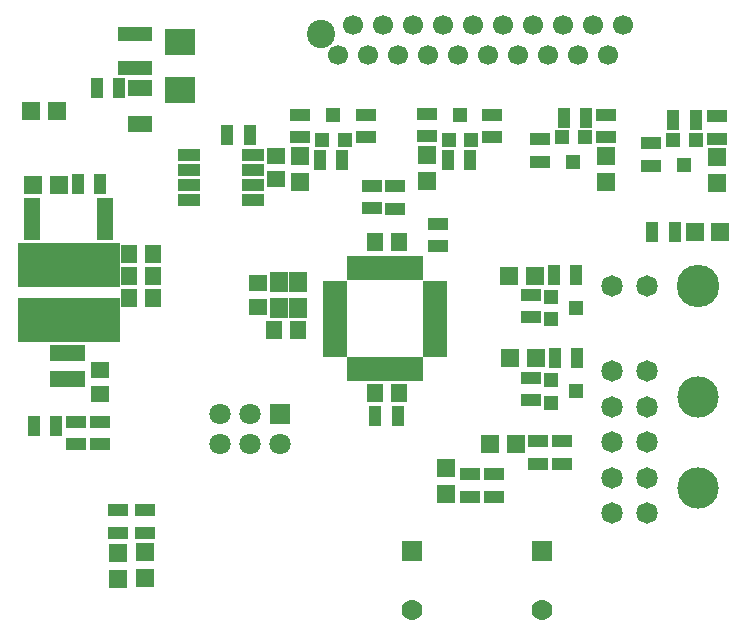
<source format=gts>
G04 #@! TF.GenerationSoftware,KiCad,Pcbnew,5.0.0-fee4fd1~66~ubuntu16.04.1*
G04 #@! TF.CreationDate,2019-02-10T09:27:51-05:00*
G04 #@! TF.ProjectId,AIR_Control_Board,4149525F436F6E74726F6C5F426F6172,rev?*
G04 #@! TF.SameCoordinates,Original*
G04 #@! TF.FileFunction,Soldermask,Top*
G04 #@! TF.FilePolarity,Negative*
%FSLAX46Y46*%
G04 Gerber Fmt 4.6, Leading zero omitted, Abs format (unit mm)*
G04 Created by KiCad (PCBNEW 5.0.0-fee4fd1~66~ubuntu16.04.1) date Sun Feb 10 09:27:51 2019*
%MOMM*%
%LPD*%
G01*
G04 APERTURE LIST*
%ADD10C,1.771600*%
%ADD11R,1.771600X1.771600*%
%ADD12R,1.700000X1.100000*%
%ADD13R,1.950000X1.000000*%
%ADD14R,1.600000X1.600000*%
%ADD15C,1.800000*%
%ADD16R,1.800000X1.800000*%
%ADD17R,1.400000X1.650000*%
%ADD18R,1.100000X1.700000*%
%ADD19R,1.300000X1.200000*%
%ADD20R,1.200000X1.300000*%
%ADD21R,2.559000X2.178000*%
%ADD22R,2.000000X0.950000*%
%ADD23R,0.950000X2.000000*%
%ADD24R,1.600000X1.800000*%
%ADD25R,1.650000X1.400000*%
%ADD26R,2.900000X1.300000*%
%ADD27R,8.600000X3.700000*%
%ADD28R,1.050000X1.460000*%
%ADD29C,3.500000*%
%ADD30C,1.820000*%
%ADD31C,3.600000*%
%ADD32R,2.000000X1.400000*%
%ADD33R,1.400000X3.600000*%
%ADD34C,1.700000*%
%ADD35C,2.400000*%
G04 APERTURE END LIST*
D10*
G04 #@! TO.C,C1*
X170688000Y-134366000D03*
D11*
X170688000Y-129362200D03*
G04 #@! TD*
D10*
G04 #@! TO.C,C2*
X159689800Y-134315200D03*
D11*
X159689800Y-129311400D03*
G04 #@! TD*
D12*
G04 #@! TO.C,R33*
X158267400Y-98442700D03*
X158267400Y-100342700D03*
G04 #@! TD*
D13*
G04 #@! TO.C,U1*
X140777465Y-99635642D03*
X140777465Y-98365642D03*
X140777465Y-97095642D03*
X140777465Y-95825642D03*
X146177465Y-95825642D03*
X146177465Y-97095642D03*
X146177465Y-98365642D03*
X146177465Y-99635642D03*
G04 #@! TD*
D14*
G04 #@! TO.C,D1*
X166306500Y-120307100D03*
X168506500Y-120307100D03*
G04 #@! TD*
G04 #@! TO.C,D14*
X127568600Y-98348800D03*
X129768600Y-98348800D03*
G04 #@! TD*
D12*
G04 #@! TO.C,R13*
X179959000Y-96708000D03*
X179959000Y-94808000D03*
G04 #@! TD*
D15*
G04 #@! TO.C,J4*
X143408400Y-120243600D03*
X143408400Y-117703600D03*
X145948400Y-120243600D03*
X145948400Y-117703600D03*
X148488400Y-120243600D03*
D16*
X148488400Y-117703600D03*
G04 #@! TD*
D17*
G04 #@! TO.C,C4*
X158556200Y-103149400D03*
X156556200Y-103149400D03*
G04 #@! TD*
D18*
G04 #@! TO.C,R10*
X181803000Y-92837000D03*
X183703000Y-92837000D03*
G04 #@! TD*
G04 #@! TO.C,R15*
X181925000Y-102362000D03*
X180025000Y-102362000D03*
G04 #@! TD*
D12*
G04 #@! TO.C,R16*
X150177500Y-94292500D03*
X150177500Y-92392500D03*
G04 #@! TD*
G04 #@! TO.C,R14*
X170561000Y-96388000D03*
X170561000Y-94488000D03*
G04 #@! TD*
D17*
G04 #@! TO.C,C8*
X137737600Y-106070400D03*
X135737600Y-106070400D03*
G04 #@! TD*
D19*
G04 #@! TO.C,Q2*
X173579500Y-108775500D03*
X171479500Y-109725500D03*
X171479500Y-107825500D03*
G04 #@! TD*
D18*
G04 #@! TO.C,R22*
X133009600Y-90170000D03*
X134909600Y-90170000D03*
G04 #@! TD*
D12*
G04 #@! TO.C,R29*
X137109200Y-127807800D03*
X137109200Y-125907800D03*
G04 #@! TD*
G04 #@! TO.C,R31*
X161848800Y-103515200D03*
X161848800Y-101615200D03*
G04 #@! TD*
D14*
G04 #@! TO.C,D3*
X167980000Y-113030000D03*
X170180000Y-113030000D03*
G04 #@! TD*
D18*
G04 #@! TO.C,R25*
X127675600Y-118719600D03*
X129575600Y-118719600D03*
G04 #@! TD*
D14*
G04 #@! TO.C,D9*
X160972500Y-98044000D03*
X160972500Y-95844000D03*
G04 #@! TD*
D18*
G04 #@! TO.C,R23*
X156580800Y-117919500D03*
X158480800Y-117919500D03*
G04 #@! TD*
G04 #@! TO.C,R19*
X164589500Y-96266000D03*
X162689500Y-96266000D03*
G04 #@! TD*
D20*
G04 #@! TO.C,Q5*
X153035000Y-92422000D03*
X153985000Y-94522000D03*
X152085000Y-94522000D03*
G04 #@! TD*
D12*
G04 #@! TO.C,R26*
X133248400Y-118379200D03*
X133248400Y-120279200D03*
G04 #@! TD*
G04 #@! TO.C,R21*
X166497000Y-94295000D03*
X166497000Y-92395000D03*
G04 #@! TD*
D18*
G04 #@! TO.C,R24*
X144033200Y-94132400D03*
X145933200Y-94132400D03*
G04 #@! TD*
D21*
G04 #@! TO.C,D10*
X140004800Y-86207600D03*
X140004800Y-90271600D03*
G04 #@! TD*
D14*
G04 #@! TO.C,D11*
X127390800Y-92100400D03*
X129590800Y-92100400D03*
G04 #@! TD*
D19*
G04 #@! TO.C,Q1*
X173579500Y-115824000D03*
X171479500Y-116774000D03*
X171479500Y-114874000D03*
G04 #@! TD*
D14*
G04 #@! TO.C,D12*
X134772400Y-131681400D03*
X134772400Y-129481400D03*
G04 #@! TD*
G04 #@! TO.C,D8*
X150241000Y-98085000D03*
X150241000Y-95885000D03*
G04 #@! TD*
D12*
G04 #@! TO.C,R34*
X156337000Y-98427500D03*
X156337000Y-100327500D03*
G04 #@! TD*
D18*
G04 #@! TO.C,R11*
X172532000Y-92710000D03*
X174432000Y-92710000D03*
G04 #@! TD*
D12*
G04 #@! TO.C,R6*
X166611300Y-124736900D03*
X166611300Y-122836900D03*
G04 #@! TD*
G04 #@! TO.C,R1*
X170345100Y-121942900D03*
X170345100Y-120042900D03*
G04 #@! TD*
G04 #@! TO.C,R7*
X169799000Y-109537500D03*
X169799000Y-107637500D03*
G04 #@! TD*
G04 #@! TO.C,R27*
X134772400Y-127807800D03*
X134772400Y-125907800D03*
G04 #@! TD*
D14*
G04 #@! TO.C,D5*
X176149000Y-98085000D03*
X176149000Y-95885000D03*
G04 #@! TD*
D12*
G04 #@! TO.C,R17*
X160972500Y-94229000D03*
X160972500Y-92329000D03*
G04 #@! TD*
D18*
G04 #@! TO.C,R18*
X153794500Y-96202500D03*
X151894500Y-96202500D03*
G04 #@! TD*
D22*
G04 #@! TO.C,IC1*
X161666500Y-106864500D03*
X161666500Y-107664500D03*
X161666500Y-108464500D03*
X161666500Y-109264500D03*
X161666500Y-110064500D03*
X161666500Y-110864500D03*
X161666500Y-111664500D03*
X161666500Y-112464500D03*
D23*
X160216500Y-113914500D03*
X159416500Y-113914500D03*
X158616500Y-113914500D03*
X157816500Y-113914500D03*
X157016500Y-113914500D03*
X156216500Y-113914500D03*
X155416500Y-113914500D03*
X154616500Y-113914500D03*
D22*
X153166500Y-112464500D03*
X153166500Y-111664500D03*
X153166500Y-110864500D03*
X153166500Y-110064500D03*
X153166500Y-109264500D03*
X153166500Y-108464500D03*
X153166500Y-107664500D03*
X153166500Y-106864500D03*
D23*
X154616500Y-105414500D03*
X155416500Y-105414500D03*
X156216500Y-105414500D03*
X157016500Y-105414500D03*
X157816500Y-105414500D03*
X158616500Y-105414500D03*
X159416500Y-105414500D03*
X160216500Y-105414500D03*
G04 #@! TD*
D14*
G04 #@! TO.C,D13*
X137058400Y-131663800D03*
X137058400Y-129463800D03*
G04 #@! TD*
D12*
G04 #@! TO.C,R28*
X131267200Y-118379200D03*
X131267200Y-120279200D03*
G04 #@! TD*
D14*
G04 #@! TO.C,D6*
X167916500Y-106045000D03*
X170116500Y-106045000D03*
G04 #@! TD*
D20*
G04 #@! TO.C,Q3*
X182753000Y-96681000D03*
X181803000Y-94581000D03*
X183703000Y-94581000D03*
G04 #@! TD*
D24*
G04 #@! TO.C,Y1*
X148412400Y-108762800D03*
X148412400Y-106562800D03*
X150012400Y-106562800D03*
X150012400Y-108762800D03*
G04 #@! TD*
D18*
G04 #@! TO.C,R32*
X131368800Y-98298000D03*
X133268800Y-98298000D03*
G04 #@! TD*
D12*
G04 #@! TO.C,R20*
X155829000Y-94295000D03*
X155829000Y-92395000D03*
G04 #@! TD*
D20*
G04 #@! TO.C,Q6*
X163766500Y-92422000D03*
X164716500Y-94522000D03*
X162816500Y-94522000D03*
G04 #@! TD*
D17*
G04 #@! TO.C,C6*
X158543500Y-116001800D03*
X156543500Y-116001800D03*
G04 #@! TD*
D14*
G04 #@! TO.C,D4*
X185547000Y-98171000D03*
X185547000Y-95971000D03*
G04 #@! TD*
D12*
G04 #@! TO.C,R8*
X185547000Y-94422000D03*
X185547000Y-92522000D03*
G04 #@! TD*
D20*
G04 #@! TO.C,Q4*
X173355000Y-96427000D03*
X172405000Y-94327000D03*
X174305000Y-94327000D03*
G04 #@! TD*
D17*
G04 #@! TO.C,C9*
X137728200Y-107950000D03*
X135728200Y-107950000D03*
G04 #@! TD*
G04 #@! TO.C,C10*
X137753600Y-104190800D03*
X135753600Y-104190800D03*
G04 #@! TD*
G04 #@! TO.C,C11*
X148012400Y-110642400D03*
X150012400Y-110642400D03*
G04 #@! TD*
D25*
G04 #@! TO.C,C12*
X146608800Y-108661200D03*
X146608800Y-106661200D03*
G04 #@! TD*
D14*
G04 #@! TO.C,D2*
X162560000Y-124485400D03*
X162560000Y-122285400D03*
G04 #@! TD*
D26*
G04 #@! TO.C,F1*
X136194800Y-88470400D03*
X136194800Y-85570400D03*
G04 #@! TD*
D27*
G04 #@! TO.C,L1*
X130606800Y-105092000D03*
X130606800Y-109792000D03*
G04 #@! TD*
D12*
G04 #@! TO.C,R2*
X172364400Y-121930200D03*
X172364400Y-120030200D03*
G04 #@! TD*
G04 #@! TO.C,R3*
X164579300Y-124734400D03*
X164579300Y-122834400D03*
G04 #@! TD*
D18*
G04 #@! TO.C,R12*
X171704000Y-105981500D03*
X173604000Y-105981500D03*
G04 #@! TD*
D28*
G04 #@! TO.C,U2*
X130505200Y-114739600D03*
X131455200Y-114739600D03*
X129555200Y-114739600D03*
X129555200Y-112539600D03*
X130505200Y-112539600D03*
X131455200Y-112539600D03*
G04 #@! TD*
D25*
G04 #@! TO.C,C7*
X133273800Y-114020600D03*
X133273800Y-116020600D03*
G04 #@! TD*
D18*
G04 #@! TO.C,R4*
X171770000Y-112966500D03*
X173670000Y-112966500D03*
G04 #@! TD*
D12*
G04 #@! TO.C,R5*
X169735500Y-116583500D03*
X169735500Y-114683500D03*
G04 #@! TD*
D29*
G04 #@! TO.C,J1*
X183896000Y-116292000D03*
D30*
X179576000Y-114132000D03*
X179576000Y-117132000D03*
D29*
X183896000Y-123992000D03*
D30*
X179576000Y-120132000D03*
X179576000Y-123152000D03*
X179576000Y-126152000D03*
X176576000Y-114132000D03*
X176576000Y-117132000D03*
X176576000Y-120132000D03*
X176576000Y-123152000D03*
X176576000Y-126152000D03*
G04 #@! TD*
G04 #@! TO.C,J3*
X176576000Y-106934000D03*
X179576000Y-106934000D03*
D31*
X183896000Y-106934000D03*
G04 #@! TD*
D25*
G04 #@! TO.C,C3*
X148209000Y-97859600D03*
X148209000Y-95859600D03*
G04 #@! TD*
D32*
G04 #@! TO.C,C5*
X136652000Y-93170000D03*
X136652000Y-90170000D03*
G04 #@! TD*
D14*
G04 #@! TO.C,D7*
X185801000Y-102362000D03*
X183601000Y-102362000D03*
G04 #@! TD*
D12*
G04 #@! TO.C,R9*
X176149000Y-94295000D03*
X176149000Y-92395000D03*
G04 #@! TD*
D33*
G04 #@! TO.C,R30*
X127506800Y-101244400D03*
X133706800Y-101244400D03*
G04 #@! TD*
D34*
G04 #@! TO.C,J2*
X158496000Y-87376000D03*
X155956000Y-87376000D03*
X153416000Y-87376000D03*
X161036000Y-87376000D03*
X154686000Y-84836000D03*
X157226000Y-84836000D03*
X159766000Y-84836000D03*
X162306000Y-84836000D03*
X163576000Y-87376000D03*
X164846000Y-84836000D03*
X166116000Y-87376000D03*
X167386000Y-84836000D03*
X168656000Y-87376000D03*
X169926000Y-84836000D03*
X171196000Y-87376000D03*
X172466000Y-84836000D03*
X173736000Y-87376000D03*
X175006000Y-84836000D03*
X176276000Y-87376000D03*
X177546000Y-84836000D03*
D35*
X152016000Y-85576000D03*
G04 #@! TD*
M02*

</source>
